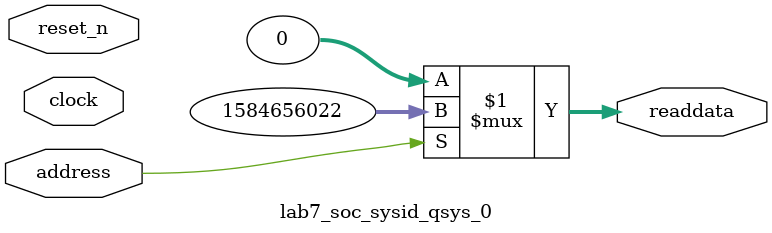
<source format=v>



// synthesis translate_off
`timescale 1ns / 1ps
// synthesis translate_on

// turn off superfluous verilog processor warnings 
// altera message_level Level1 
// altera message_off 10034 10035 10036 10037 10230 10240 10030 

module lab7_soc_sysid_qsys_0 (
               // inputs:
                address,
                clock,
                reset_n,

               // outputs:
                readdata
             )
;

  output  [ 31: 0] readdata;
  input            address;
  input            clock;
  input            reset_n;

  wire    [ 31: 0] readdata;
  //control_slave, which is an e_avalon_slave
  assign readdata = address ? 1584656022 : 0;

endmodule



</source>
